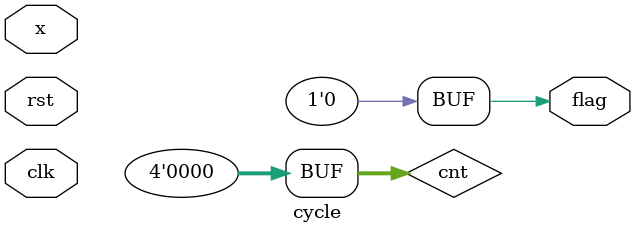
<source format=v>
`timescale 1ns/100ps
module cycle (clk, rst, x, flag);
	input wire clk;						//clock signal
	input wire [7:0] rst;		//is init val changed?
	input wire [7:0] x;					//t+1 gene state
	output reg flag;					//cycle has occured!
	reg [3:0] cnt;						//counter
	reg [7:0] state_1;					//state of x[t]
	reg [7:0] state_2;					//state of x[t-1]

	always @(rst) begin	//if init val changed
		flag = 0;					//reset cycle  flag
		cnt = 0;					//counter reset
	end

	always @(posedge clk) begin		//synchronized with positive edge clock signal
		cnt <= cnt + 1;				//counter++
		if (cnt > 2) begin			//when counter > 2
			if (state_2 == x && state_1 != x) begin			//when x[t-1] == x[t+1]
				flag = 1;									//It's cycle
				$display("init: %d -> cycle_pnt: %b", rst, x);
			end else
				flag = 0;
		end
		state_2 = state_1;			//save x[t-1]
		state_1 = x;				//save x[t]
	end
endmodule
</source>
